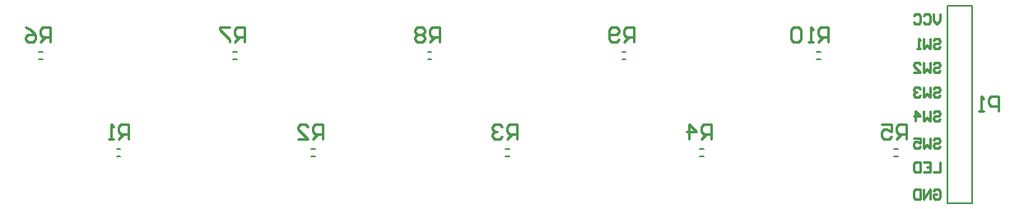
<source format=gbo>
G04 Layer_Color=32896*
%FSLAX25Y25*%
%MOIN*%
G70*
G01*
G75*
%ADD20C,0.01000*%
%ADD28C,0.00787*%
D20*
X149568Y25047D02*
Y31045D01*
X146570D01*
X145570Y30046D01*
Y28046D01*
X146570Y27047D01*
X149568D01*
X147569D02*
X145570Y25047D01*
X143570D02*
X141571D01*
X142571D01*
Y31045D01*
X143570Y30046D01*
X138572D02*
X137572Y31045D01*
X135573D01*
X134573Y30046D01*
Y26047D01*
X135573Y25047D01*
X137572D01*
X138572Y26047D01*
Y30046D01*
X70804Y25088D02*
Y31086D01*
X67805D01*
X66805Y30087D01*
Y28087D01*
X67805Y27088D01*
X70804D01*
X68805D02*
X66805Y25088D01*
X64806Y26088D02*
X63806Y25088D01*
X61807D01*
X60807Y26088D01*
Y30087D01*
X61807Y31086D01*
X63806D01*
X64806Y30087D01*
Y29087D01*
X63806Y28087D01*
X60807D01*
X-7847Y25032D02*
Y31030D01*
X-10846D01*
X-11846Y30030D01*
Y28030D01*
X-10846Y27031D01*
X-7847D01*
X-9847D02*
X-11846Y25032D01*
X-13845Y30030D02*
X-14845Y31030D01*
X-16844D01*
X-17844Y30030D01*
Y29030D01*
X-16844Y28030D01*
X-17844Y27031D01*
Y26031D01*
X-16844Y25032D01*
X-14845D01*
X-13845Y26031D01*
Y27031D01*
X-14845Y28030D01*
X-13845Y29030D01*
Y30030D01*
X-14845Y28030D02*
X-16844D01*
X-86647Y25063D02*
Y31061D01*
X-89646D01*
X-90646Y30061D01*
Y28062D01*
X-89646Y27062D01*
X-86647D01*
X-88647D02*
X-90646Y25063D01*
X-92645Y31061D02*
X-96644D01*
Y30061D01*
X-92645Y26063D01*
Y25063D01*
X-165405Y25010D02*
Y31008D01*
X-168404D01*
X-169404Y30009D01*
Y28009D01*
X-168404Y27010D01*
X-165405D01*
X-167405D02*
X-169404Y25010D01*
X-175402Y31008D02*
X-173403Y30009D01*
X-171404Y28009D01*
Y26010D01*
X-172403Y25010D01*
X-174403D01*
X-175402Y26010D01*
Y27010D01*
X-174403Y28009D01*
X-171404D01*
X181095Y-14275D02*
Y-8277D01*
X178095D01*
X177096Y-9276D01*
Y-11276D01*
X178095Y-12275D01*
X181095D01*
X179095D02*
X177096Y-14275D01*
X171098Y-8277D02*
X175096D01*
Y-11276D01*
X173097Y-10276D01*
X172097D01*
X171098Y-11276D01*
Y-13275D01*
X172097Y-14275D01*
X174097D01*
X175096Y-13275D01*
X102302Y-14317D02*
Y-8319D01*
X99303D01*
X98304Y-9319D01*
Y-11318D01*
X99303Y-12318D01*
X102302D01*
X100303D02*
X98304Y-14317D01*
X93305D02*
Y-8319D01*
X96304Y-11318D01*
X92306D01*
X23629Y-14275D02*
Y-8277D01*
X20630D01*
X19630Y-9276D01*
Y-11276D01*
X20630Y-12275D01*
X23629D01*
X21630D02*
X19630Y-14275D01*
X17631Y-9276D02*
X16631Y-8277D01*
X14632D01*
X13632Y-9276D01*
Y-10276D01*
X14632Y-11276D01*
X15632D01*
X14632D01*
X13632Y-12275D01*
Y-13275D01*
X14632Y-14275D01*
X16631D01*
X17631Y-13275D01*
X-55133Y-14290D02*
Y-8292D01*
X-58132D01*
X-59132Y-9291D01*
Y-11291D01*
X-58132Y-12290D01*
X-55133D01*
X-57132D02*
X-59132Y-14290D01*
X-65130D02*
X-61131D01*
X-65130Y-10291D01*
Y-9291D01*
X-64130Y-8292D01*
X-62131D01*
X-61131Y-9291D01*
X-133905Y-14315D02*
Y-8317D01*
X-136904D01*
X-137903Y-9317D01*
Y-11316D01*
X-136904Y-12316D01*
X-133905D01*
X-135904D02*
X-137903Y-14315D01*
X-139903D02*
X-141902D01*
X-140902D01*
Y-8317D01*
X-139903Y-9317D01*
X218504Y-2953D02*
Y3045D01*
X215505D01*
X214505Y2046D01*
Y46D01*
X215505Y-953D01*
X218504D01*
X212506Y-2953D02*
X210507D01*
X211506D01*
Y3045D01*
X212506Y2046D01*
X194882Y36479D02*
Y33813D01*
X193549Y32480D01*
X192216Y33813D01*
Y36479D01*
X188217Y35813D02*
X188884Y36479D01*
X190217D01*
X190883Y35813D01*
Y33147D01*
X190217Y32480D01*
X188884D01*
X188217Y33147D01*
X184219Y35813D02*
X184885Y36479D01*
X186218D01*
X186884Y35813D01*
Y33147D01*
X186218Y32480D01*
X184885D01*
X184219Y33147D01*
X192216Y25970D02*
X192883Y26636D01*
X194215D01*
X194882Y25970D01*
Y25304D01*
X194215Y24637D01*
X192883D01*
X192216Y23971D01*
Y23304D01*
X192883Y22638D01*
X194215D01*
X194882Y23304D01*
X190883Y26636D02*
Y22638D01*
X189550Y23971D01*
X188217Y22638D01*
Y26636D01*
X186884Y22638D02*
X185552D01*
X186218D01*
Y26636D01*
X186884Y25970D01*
X192216Y16127D02*
X192883Y16794D01*
X194215D01*
X194882Y16127D01*
Y15461D01*
X194215Y14795D01*
X192883D01*
X192216Y14128D01*
Y13462D01*
X192883Y12795D01*
X194215D01*
X194882Y13462D01*
X190883Y16794D02*
Y12795D01*
X189550Y14128D01*
X188217Y12795D01*
Y16794D01*
X184219Y12795D02*
X186884D01*
X184219Y15461D01*
Y16127D01*
X184885Y16794D01*
X186218D01*
X186884Y16127D01*
X192216Y6285D02*
X192883Y6951D01*
X194215D01*
X194882Y6285D01*
Y5619D01*
X194215Y4952D01*
X192883D01*
X192216Y4286D01*
Y3619D01*
X192883Y2953D01*
X194215D01*
X194882Y3619D01*
X190883Y6951D02*
Y2953D01*
X189550Y4286D01*
X188217Y2953D01*
Y6951D01*
X186884Y6285D02*
X186218Y6951D01*
X184885D01*
X184219Y6285D01*
Y5619D01*
X184885Y4952D01*
X185552D01*
X184885D01*
X184219Y4286D01*
Y3619D01*
X184885Y2953D01*
X186218D01*
X186884Y3619D01*
X192216Y-3557D02*
X192883Y-2891D01*
X194215D01*
X194882Y-3557D01*
Y-4224D01*
X194215Y-4890D01*
X192883D01*
X192216Y-5557D01*
Y-6223D01*
X192883Y-6890D01*
X194215D01*
X194882Y-6223D01*
X190883Y-2891D02*
Y-6890D01*
X189550Y-5557D01*
X188217Y-6890D01*
Y-2891D01*
X184885Y-6890D02*
Y-2891D01*
X186884Y-4890D01*
X184219D01*
X192216Y-14384D02*
X192883Y-13718D01*
X194215D01*
X194882Y-14384D01*
Y-15051D01*
X194215Y-15717D01*
X192883D01*
X192216Y-16384D01*
Y-17050D01*
X192883Y-17717D01*
X194215D01*
X194882Y-17050D01*
X190883Y-13718D02*
Y-17717D01*
X189550Y-16384D01*
X188217Y-17717D01*
Y-13718D01*
X184219D02*
X186884D01*
Y-15717D01*
X185552Y-15051D01*
X184885D01*
X184219Y-15717D01*
Y-17050D01*
X184885Y-17717D01*
X186218D01*
X186884Y-17050D01*
X194882Y-23560D02*
Y-27559D01*
X192216D01*
X188217Y-23560D02*
X190883D01*
Y-27559D01*
X188217D01*
X190883Y-25560D02*
X189550D01*
X186884Y-23560D02*
Y-27559D01*
X184885D01*
X184219Y-26893D01*
Y-24227D01*
X184885Y-23560D01*
X186884D01*
X192216Y-35054D02*
X192883Y-34387D01*
X194215D01*
X194882Y-35054D01*
Y-37719D01*
X194215Y-38386D01*
X192883D01*
X192216Y-37719D01*
Y-36386D01*
X193549D01*
X190883Y-38386D02*
Y-34387D01*
X188217Y-38386D01*
Y-34387D01*
X186884D02*
Y-38386D01*
X184885D01*
X184219Y-37719D01*
Y-35054D01*
X184885Y-34387D01*
X186884D01*
D28*
X66142Y18307D02*
X67716D01*
X66142Y21063D02*
X67716D01*
X-12598Y18307D02*
X-11024D01*
X-12598Y21063D02*
X-11024D01*
X144882Y18307D02*
X146457D01*
X144882Y21063D02*
X146457D01*
X-91339Y18307D02*
X-89764D01*
X-91339Y21063D02*
X-89764D01*
X-170079Y18307D02*
X-168504D01*
X-170079Y21063D02*
X-168504D01*
X176378Y-18307D02*
X177953D01*
X176378Y-21063D02*
X177953D01*
X97638Y-18307D02*
X99213D01*
X97638Y-21063D02*
X99213D01*
X18898Y-18307D02*
X20472D01*
X18898Y-21063D02*
X20472D01*
X-59842Y-18307D02*
X-58268D01*
X-59842Y-21063D02*
X-58268D01*
X-138583Y-18307D02*
X-137008D01*
X-138583Y-21063D02*
X-137008D01*
X197756Y39921D02*
X207756D01*
X197756Y-40079D02*
Y39921D01*
Y-40079D02*
X207756D01*
Y39921D01*
M02*

</source>
